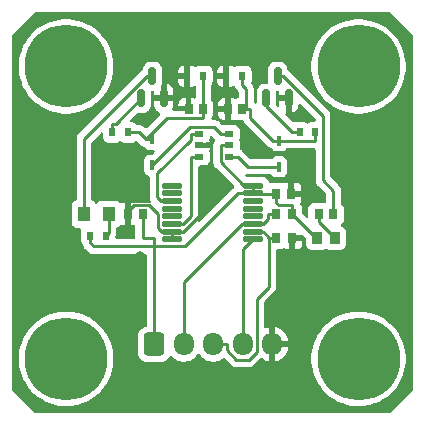
<source format=gbr>
%TF.GenerationSoftware,KiCad,Pcbnew,9.0.6*%
%TF.CreationDate,2026-02-10T23:21:07-08:00*%
%TF.ProjectId,ArmEncoderBoard,41726d45-6e63-46f6-9465-72426f617264,rev?*%
%TF.SameCoordinates,Original*%
%TF.FileFunction,Copper,L1,Top*%
%TF.FilePolarity,Positive*%
%FSLAX46Y46*%
G04 Gerber Fmt 4.6, Leading zero omitted, Abs format (unit mm)*
G04 Created by KiCad (PCBNEW 9.0.6) date 2026-02-10 23:21:07*
%MOMM*%
%LPD*%
G01*
G04 APERTURE LIST*
G04 Aperture macros list*
%AMRoundRect*
0 Rectangle with rounded corners*
0 $1 Rounding radius*
0 $2 $3 $4 $5 $6 $7 $8 $9 X,Y pos of 4 corners*
0 Add a 4 corners polygon primitive as box body*
4,1,4,$2,$3,$4,$5,$6,$7,$8,$9,$2,$3,0*
0 Add four circle primitives for the rounded corners*
1,1,$1+$1,$2,$3*
1,1,$1+$1,$4,$5*
1,1,$1+$1,$6,$7*
1,1,$1+$1,$8,$9*
0 Add four rect primitives between the rounded corners*
20,1,$1+$1,$2,$3,$4,$5,0*
20,1,$1+$1,$4,$5,$6,$7,0*
20,1,$1+$1,$6,$7,$8,$9,0*
20,1,$1+$1,$8,$9,$2,$3,0*%
G04 Aperture macros list end*
%TA.AperFunction,SMDPad,CuDef*%
%ADD10R,0.762000X0.863600*%
%TD*%
%TA.AperFunction,SMDPad,CuDef*%
%ADD11R,0.558800X0.762000*%
%TD*%
%TA.AperFunction,SMDPad,CuDef*%
%ADD12R,0.711200X0.889000*%
%TD*%
%TA.AperFunction,SMDPad,CuDef*%
%ADD13R,1.100000X1.300000*%
%TD*%
%TA.AperFunction,ComponentPad*%
%ADD14C,7.000000*%
%TD*%
%TA.AperFunction,SMDPad,CuDef*%
%ADD15RoundRect,0.150000X0.150000X-0.587500X0.150000X0.587500X-0.150000X0.587500X-0.150000X-0.587500X0*%
%TD*%
%TA.AperFunction,SMDPad,CuDef*%
%ADD16R,0.774700X0.508000*%
%TD*%
%TA.AperFunction,SMDPad,CuDef*%
%ADD17RoundRect,0.125000X-0.762500X-0.125000X0.762500X-0.125000X0.762500X0.125000X-0.762500X0.125000X0*%
%TD*%
%TA.AperFunction,ComponentPad*%
%ADD18RoundRect,0.250000X-0.600000X-0.725000X0.600000X-0.725000X0.600000X0.725000X-0.600000X0.725000X0*%
%TD*%
%TA.AperFunction,ComponentPad*%
%ADD19O,1.700000X1.950000*%
%TD*%
%TA.AperFunction,SMDPad,CuDef*%
%ADD20R,0.860000X0.980000*%
%TD*%
%TA.AperFunction,SMDPad,CuDef*%
%ADD21R,0.711200X0.838200*%
%TD*%
%TA.AperFunction,SMDPad,CuDef*%
%ADD22R,0.350000X0.806400*%
%TD*%
%TA.AperFunction,ViaPad*%
%ADD23C,0.800000*%
%TD*%
%TA.AperFunction,Conductor*%
%ADD24C,0.250000*%
%TD*%
G04 APERTURE END LIST*
D10*
%TO.P,C1,1*%
%TO.N,GND*%
X145372300Y-80450000D03*
%TO.P,C1,2*%
%TO.N,VIN*%
X144127700Y-80450000D03*
%TD*%
D11*
%TO.P,R7,1*%
%TO.N,GND*%
X139911900Y-70500000D03*
%TO.P,R7,2*%
%TO.N,/I_ENV*%
X141258100Y-70500000D03*
%TD*%
D12*
%TO.P,R1,1*%
%TO.N,SCK*%
X144101500Y-84200000D03*
%TO.P,R1,2*%
%TO.N,GND*%
X145498500Y-84200000D03*
%TD*%
D11*
%TO.P,R6,1*%
%TO.N,GND*%
X136611900Y-70500000D03*
%TO.P,R6,2*%
%TO.N,/A_ENV*%
X137958100Y-70500000D03*
%TD*%
%TO.P,R5,1*%
%TO.N,Net-(Q1-B)*%
X130253800Y-75250000D03*
%TO.P,R5,2*%
%TO.N,/A_ENV*%
X131600000Y-75250000D03*
%TD*%
D13*
%TO.P,D1,1,K*%
%TO.N,/BLUE_CATHODE*%
X127850000Y-82181575D03*
%TO.P,D1,2,A*%
%TO.N,/BLUE_ANODE*%
X129950000Y-82181575D03*
%TD*%
D14*
%TO.P,H1,1*%
%TO.N,N/C*%
X126350500Y-69675500D03*
%TD*%
D15*
%TO.P,Q1,1,B*%
%TO.N,Net-(Q1-B)*%
X132700000Y-72375000D03*
%TO.P,Q1,2,E*%
%TO.N,GND*%
X134600000Y-72375000D03*
%TO.P,Q1,3,C*%
%TO.N,/BLUE_CATHODE*%
X133650000Y-70500000D03*
%TD*%
D16*
%TO.P,U1,1,1A*%
%TO.N,A*%
X137622750Y-75399999D03*
%TO.P,U1,2,GND*%
%TO.N,GND*%
X137622750Y-76350000D03*
%TO.P,U1,3,2A*%
%TO.N,I*%
X137622750Y-77300001D03*
%TO.P,U1,4,2Y*%
%TO.N,I_BUF*%
X140150050Y-77300001D03*
%TO.P,U1,5,VCC*%
%TO.N,VIN*%
X140150050Y-76350000D03*
%TO.P,U1,6,1Y*%
%TO.N,A_BUF*%
X140150050Y-75399999D03*
%TD*%
D14*
%TO.P,H3,1*%
%TO.N,N/C*%
X126350500Y-94424500D03*
%TD*%
D17*
%TO.P,U2,1,~{MagINC}*%
%TO.N,unconnected-(U2-~{MagINC}-Pad1)*%
X135312500Y-79775000D03*
%TO.P,U2,2,~{MagDEC}*%
%TO.N,unconnected-(U2-~{MagDEC}-Pad2)*%
X135312500Y-80425000D03*
%TO.P,U2,3,A*%
%TO.N,A*%
X135312500Y-81075000D03*
%TO.P,U2,4,B*%
%TO.N,unconnected-(U2-B-Pad4)*%
X135312500Y-81725000D03*
%TO.P,U2,5,NC*%
%TO.N,unconnected-(U2-NC-Pad5)*%
X135312500Y-82375000D03*
%TO.P,U2,6,I*%
%TO.N,I*%
X135312500Y-83025000D03*
%TO.P,U2,7,VSS*%
%TO.N,GND*%
X135312500Y-83675000D03*
%TO.P,U2,8,PDIO*%
X135312500Y-84325000D03*
%TO.P,U2,9,DO*%
%TO.N,MISO*%
X142137500Y-84325000D03*
%TO.P,U2,10,CLK*%
%TO.N,SCK*%
X142137500Y-83675000D03*
%TO.P,U2,11,~{CS}*%
%TO.N,CS*%
X142137500Y-83025000D03*
%TO.P,U2,12,PWM*%
%TO.N,unconnected-(U2-PWM-Pad12)*%
X142137500Y-82375000D03*
%TO.P,U2,13,NC*%
%TO.N,unconnected-(U2-NC-Pad13)*%
X142137500Y-81725000D03*
%TO.P,U2,14,NC*%
%TO.N,unconnected-(U2-NC-Pad14)*%
X142137500Y-81075000D03*
%TO.P,U2,15,VDD3V3*%
%TO.N,VIN*%
X142137500Y-80425000D03*
%TO.P,U2,16,VDD5V*%
X142137500Y-79775000D03*
%TD*%
D14*
%TO.P,H4,1*%
%TO.N,N/C*%
X151099500Y-94424500D03*
%TD*%
D10*
%TO.P,D2,1,K*%
%TO.N,/RED_CATHODE*%
X148972300Y-82180200D03*
%TO.P,D2,2,A*%
%TO.N,/RED_ANODE*%
X147727700Y-82180200D03*
%TD*%
D18*
%TO.P,J1,1,Pin_1*%
%TO.N,VIN*%
X133800000Y-93200000D03*
D19*
%TO.P,J1,2,Pin_2*%
%TO.N,CS*%
X136300000Y-93200000D03*
%TO.P,J1,3,Pin_3*%
%TO.N,SCK*%
X138800000Y-93200000D03*
%TO.P,J1,4,Pin_4*%
%TO.N,MISO*%
X141300000Y-93200000D03*
%TO.P,J1,5,Pin_5*%
%TO.N,GND*%
X143800000Y-93200000D03*
%TD*%
D10*
%TO.P,C2,1*%
%TO.N,GND*%
X131577700Y-82150000D03*
%TO.P,C2,2*%
%TO.N,VIN*%
X132822300Y-82150000D03*
%TD*%
D11*
%TO.P,R3,1*%
%TO.N,VIN*%
X128376900Y-83993800D03*
%TO.P,R3,2*%
%TO.N,/BLUE_ANODE*%
X129723100Y-83993800D03*
%TD*%
D20*
%TO.P,R4,1*%
%TO.N,VIN*%
X147585000Y-84200000D03*
%TO.P,R4,2*%
%TO.N,/RED_ANODE*%
X149115000Y-84200000D03*
%TD*%
D21*
%TO.P,C3,1*%
%TO.N,GND*%
X136706200Y-73300000D03*
%TO.P,C3,2*%
%TO.N,/A_ENV*%
X137900000Y-73300000D03*
%TD*%
D15*
%TO.P,Q2,1,B*%
%TO.N,Net-(Q2-B)*%
X143300000Y-72375000D03*
%TO.P,Q2,2,E*%
%TO.N,GND*%
X145200000Y-72375000D03*
%TO.P,Q2,3,C*%
%TO.N,/RED_CATHODE*%
X144250000Y-70500000D03*
%TD*%
D11*
%TO.P,R8,1*%
%TO.N,Net-(Q2-B)*%
X146103800Y-75250000D03*
%TO.P,R8,2*%
%TO.N,/I_ENV*%
X147450000Y-75250000D03*
%TD*%
D14*
%TO.P,H2,1*%
%TO.N,N/C*%
X151099500Y-69675500D03*
%TD*%
D12*
%TO.P,R2,1*%
%TO.N,VIN*%
X145498500Y-82200000D03*
%TO.P,R2,2*%
%TO.N,CS*%
X144101500Y-82200000D03*
%TD*%
D22*
%TO.P,CR1,1*%
%TO.N,/A_ENV*%
X133600000Y-75850800D03*
%TO.P,CR1,2*%
%TO.N,A_BUF*%
X133600000Y-78049200D03*
%TD*%
D21*
%TO.P,C4,1*%
%TO.N,GND*%
X140059500Y-73300000D03*
%TO.P,C4,2*%
%TO.N,/I_ENV*%
X141253300Y-73300000D03*
%TD*%
D22*
%TO.P,CR2,1*%
%TO.N,/I_ENV*%
X144350000Y-75950000D03*
%TO.P,CR2,2*%
%TO.N,I_BUF*%
X144350000Y-78148400D03*
%TD*%
D23*
%TO.N,GND*%
X149300000Y-74000000D03*
X145850000Y-73950000D03*
X132600000Y-85750000D03*
X138200000Y-81000000D03*
%TD*%
D24*
%TO.N,SCK*%
X143025600Y-83675000D02*
X143419200Y-84068600D01*
X139976700Y-93714800D02*
X140763600Y-94501700D01*
X138800000Y-93200000D02*
X139976700Y-93200000D01*
X141806600Y-94501700D02*
X142476700Y-93831600D01*
X142476700Y-89340200D02*
X143491100Y-88325800D01*
X142476700Y-93831600D02*
X142476700Y-89340200D01*
X142137500Y-83675000D02*
X143025600Y-83675000D01*
X143491100Y-88325800D02*
X143491100Y-84200000D01*
X143491100Y-84200000D02*
X143419200Y-84200000D01*
X140763600Y-94501700D02*
X141806600Y-94501700D01*
X144101500Y-84200000D02*
X143491100Y-84200000D01*
X139976700Y-93200000D02*
X139976700Y-93714800D01*
X143419200Y-84068600D02*
X143419200Y-84200000D01*
%TO.N,/A_ENV*%
X137900000Y-73300000D02*
X137900000Y-74045800D01*
X131600000Y-75250000D02*
X132497500Y-75250000D01*
X134903300Y-74045800D02*
X133098300Y-75850800D01*
X137958100Y-70500000D02*
X137958100Y-72496100D01*
X137900000Y-72938000D02*
X137900000Y-73300000D01*
X133600000Y-75850800D02*
X133098300Y-75850800D01*
X137958100Y-72496100D02*
X137900000Y-72554200D01*
X137900000Y-74045800D02*
X134903300Y-74045800D01*
X132497500Y-75250000D02*
X133098300Y-75850800D01*
X137900000Y-72938000D02*
X137900000Y-72554200D01*
%TO.N,VIN*%
X136424300Y-84917000D02*
X133800000Y-84917000D01*
X145498500Y-81428800D02*
X144348000Y-81428800D01*
X133800000Y-84181800D02*
X133748300Y-84181800D01*
X133800000Y-84917000D02*
X133800000Y-84181800D01*
X139436100Y-77766800D02*
X141444300Y-79775000D01*
X128376900Y-83993800D02*
X128376900Y-84624800D01*
X147585000Y-84200000D02*
X147498500Y-84200000D01*
X128376900Y-84624800D02*
X128669100Y-84917000D01*
X142162500Y-80450000D02*
X142137500Y-80425000D01*
X132822300Y-84181800D02*
X132822300Y-83478400D01*
X144127700Y-80450000D02*
X144127700Y-81208500D01*
X141444300Y-79775000D02*
X142137500Y-79775000D01*
X142137500Y-79775000D02*
X142137500Y-79821800D01*
X132822300Y-83478400D02*
X132822300Y-83425600D01*
X144348000Y-81428800D02*
X144127700Y-81208500D01*
X133800000Y-85652200D02*
X133800000Y-84917000D01*
X140150100Y-76350000D02*
X139436100Y-76350000D01*
X144127700Y-80450000D02*
X142162500Y-80450000D01*
X145498500Y-82200000D02*
X145498500Y-81428800D01*
X140916300Y-80425000D02*
X136424300Y-84917000D01*
X133800000Y-93200000D02*
X133800000Y-91977200D01*
X133748300Y-84181800D02*
X132822300Y-84181800D01*
X133800000Y-91925500D02*
X133800000Y-85652200D01*
X128669100Y-84917000D02*
X133800000Y-84917000D01*
X133800000Y-91977200D02*
X133800000Y-91925500D01*
X142137500Y-79821800D02*
X142137500Y-80425000D01*
X147498500Y-84200000D02*
X145498500Y-82200000D01*
X142137500Y-80425000D02*
X140916300Y-80425000D01*
X132822300Y-83425600D02*
X132822300Y-82908500D01*
X132822300Y-82150000D02*
X132822300Y-82908500D01*
X139436100Y-76350000D02*
X139436100Y-77766800D01*
%TO.N,/I_ENV*%
X141258100Y-70500000D02*
X141258100Y-71207700D01*
X144350000Y-75950000D02*
X144851700Y-75950000D01*
X147450000Y-75957700D02*
X144859400Y-75957700D01*
X141935600Y-74037300D02*
X143848300Y-75950000D01*
X141594500Y-73300000D02*
X141935600Y-73300000D01*
X141935600Y-73300000D02*
X141935600Y-74037300D01*
X144859400Y-75957700D02*
X144851700Y-75950000D01*
X144350000Y-75950000D02*
X143848300Y-75950000D01*
X147450000Y-75250000D02*
X147450000Y-75957700D01*
X141594500Y-73300000D02*
X141594500Y-71544100D01*
X141253300Y-73300000D02*
X141594500Y-73300000D01*
X141594500Y-71544100D02*
X141258100Y-71207700D01*
%TO.N,GND*%
X133342200Y-81392200D02*
X134099000Y-82149000D01*
X131577700Y-81929800D02*
X132115300Y-81392200D01*
X132115300Y-81392200D02*
X133342200Y-81392200D01*
X135312500Y-83675000D02*
X135312500Y-84325000D01*
X136242010Y-83675000D02*
X138200000Y-81717010D01*
X135312500Y-83675000D02*
X136242010Y-83675000D01*
X134099000Y-83340274D02*
X134433726Y-83675000D01*
X134099000Y-82149000D02*
X134099000Y-83340274D01*
X131577700Y-82150000D02*
X131577700Y-81929800D01*
X138200000Y-81717010D02*
X138200000Y-81000000D01*
X134433726Y-83675000D02*
X135312500Y-83675000D01*
%TO.N,CS*%
X143020600Y-83025000D02*
X143419200Y-82626400D01*
X141196100Y-83025000D02*
X142137500Y-83025000D01*
X142137500Y-83025000D02*
X143020600Y-83025000D01*
X136300000Y-87921100D02*
X141196100Y-83025000D01*
X144101500Y-82200000D02*
X143419200Y-82200000D01*
X143419200Y-82626400D02*
X143419200Y-82200000D01*
X136300000Y-93200000D02*
X136300000Y-87921100D01*
%TO.N,MISO*%
X141300000Y-93200000D02*
X141300000Y-85162500D01*
X141300000Y-85162500D02*
X142137500Y-84325000D01*
%TO.N,A_BUF*%
X140150100Y-75400000D02*
X139436100Y-75400000D01*
X138855400Y-74819300D02*
X139436100Y-75400000D01*
X133600000Y-78049200D02*
X136829900Y-74819300D01*
X136829900Y-74819300D02*
X138855400Y-74819300D01*
%TO.N,I_BUF*%
X141712600Y-78148400D02*
X144350000Y-78148400D01*
X140864200Y-77300000D02*
X141712600Y-78148400D01*
X140150100Y-77300000D02*
X140864200Y-77300000D01*
%TO.N,/BLUE_ANODE*%
X129723100Y-83790208D02*
X129723100Y-83993800D01*
X129950000Y-83766900D02*
X129723100Y-83993800D01*
X129950000Y-82181575D02*
X129950000Y-83766900D01*
X129648400Y-82174725D02*
X129672300Y-82198625D01*
%TO.N,/BLUE_CATHODE*%
X133160178Y-70500000D02*
X127850000Y-75810178D01*
X133650000Y-70500000D02*
X133160178Y-70500000D01*
X127850000Y-75810178D02*
X127850000Y-82181575D01*
%TO.N,/RED_CATHODE*%
X148084000Y-73846400D02*
X148084000Y-79292900D01*
X148972300Y-80181200D02*
X148972300Y-82180200D01*
X144250000Y-70500000D02*
X144737600Y-70500000D01*
X144737600Y-70500000D02*
X148084000Y-73846400D01*
X148084000Y-79292900D02*
X148972300Y-80181200D01*
%TO.N,/RED_ANODE*%
X147727700Y-82180200D02*
X147727700Y-82812700D01*
X147727700Y-82812700D02*
X149115000Y-84200000D01*
%TO.N,Net-(Q1-B)*%
X130253800Y-74542300D02*
X130532700Y-74542300D01*
X130532700Y-74542300D02*
X132700000Y-72375000D01*
X130253800Y-75250000D02*
X130253800Y-74542300D01*
%TO.N,Net-(Q2-B)*%
X143300000Y-73052300D02*
X145497700Y-75250000D01*
X143300000Y-72375000D02*
X143300000Y-73052300D01*
X146103800Y-75250000D02*
X145497700Y-75250000D01*
%TO.N,I*%
X136908800Y-82370400D02*
X136254200Y-83025000D01*
X137622800Y-77300000D02*
X136908800Y-77300000D01*
X136254200Y-83025000D02*
X135312500Y-83025000D01*
X136908800Y-77300000D02*
X136908800Y-82370400D01*
%TO.N,A*%
X134054000Y-78720500D02*
X136908800Y-75865700D01*
X134385100Y-81075000D02*
X134054000Y-80743900D01*
X134054000Y-80743900D02*
X134054000Y-78720500D01*
X137622800Y-75400000D02*
X136908800Y-75400000D01*
X136908800Y-75865700D02*
X136908800Y-75400000D01*
X135312500Y-81075000D02*
X134385100Y-81075000D01*
%TD*%
%TA.AperFunction,Conductor*%
%TO.N,GND*%
G36*
X129393233Y-75254046D02*
G01*
X129449167Y-75295918D01*
X129473584Y-75361382D01*
X129473900Y-75370228D01*
X129473900Y-75678869D01*
X129473901Y-75678876D01*
X129480308Y-75738483D01*
X129530602Y-75873328D01*
X129530606Y-75873335D01*
X129616852Y-75988544D01*
X129616855Y-75988547D01*
X129732064Y-76074793D01*
X129732071Y-76074797D01*
X129777018Y-76091561D01*
X129866917Y-76125091D01*
X129926527Y-76131500D01*
X130581072Y-76131499D01*
X130640683Y-76125091D01*
X130775531Y-76074796D01*
X130776190Y-76074302D01*
X130852589Y-76017111D01*
X130918053Y-75992693D01*
X130986326Y-76007544D01*
X131001211Y-76017111D01*
X131078264Y-76074793D01*
X131078271Y-76074797D01*
X131123218Y-76091561D01*
X131213117Y-76125091D01*
X131272727Y-76131500D01*
X131927272Y-76131499D01*
X131986883Y-76125091D01*
X132121731Y-76074796D01*
X132216418Y-76003913D01*
X132281880Y-75979496D01*
X132350154Y-75994347D01*
X132378405Y-76015495D01*
X132626966Y-76264057D01*
X132699568Y-76336659D01*
X132721867Y-76351558D01*
X132760979Y-76377692D01*
X132802014Y-76405112D01*
X132876241Y-76435857D01*
X132915848Y-76452263D01*
X132915855Y-76452264D01*
X132918815Y-76453163D01*
X132920176Y-76454055D01*
X132921477Y-76454594D01*
X132921374Y-76454840D01*
X132977255Y-76491459D01*
X132982088Y-76497513D01*
X133067452Y-76611544D01*
X133067455Y-76611547D01*
X133182664Y-76697793D01*
X133182671Y-76697797D01*
X133219087Y-76711379D01*
X133317517Y-76748091D01*
X133377127Y-76754500D01*
X133710747Y-76754499D01*
X133731993Y-76760737D01*
X133754081Y-76762317D01*
X133764863Y-76770388D01*
X133777786Y-76774183D01*
X133792287Y-76790919D01*
X133810014Y-76804189D01*
X133814720Y-76816807D01*
X133823541Y-76826987D01*
X133826692Y-76848905D01*
X133834431Y-76869653D01*
X133831568Y-76882813D01*
X133833485Y-76896146D01*
X133824285Y-76916288D01*
X133819579Y-76937926D01*
X133806308Y-76955652D01*
X133804460Y-76959701D01*
X133798428Y-76966180D01*
X133655427Y-77109181D01*
X133594104Y-77142666D01*
X133567747Y-77145500D01*
X133377130Y-77145500D01*
X133377123Y-77145501D01*
X133317516Y-77151908D01*
X133182671Y-77202202D01*
X133182664Y-77202206D01*
X133067455Y-77288452D01*
X133067452Y-77288455D01*
X132981206Y-77403664D01*
X132981202Y-77403671D01*
X132930908Y-77538517D01*
X132924501Y-77598116D01*
X132924500Y-77598135D01*
X132924500Y-78500270D01*
X132924501Y-78500276D01*
X132930908Y-78559883D01*
X132981202Y-78694728D01*
X132981206Y-78694735D01*
X133067452Y-78809944D01*
X133067455Y-78809947D01*
X133182664Y-78896193D01*
X133182671Y-78896197D01*
X133317511Y-78946489D01*
X133317517Y-78946491D01*
X133317745Y-78946515D01*
X133317913Y-78946584D01*
X133325062Y-78948274D01*
X133324788Y-78949431D01*
X133382296Y-78973246D01*
X133422150Y-79030634D01*
X133428500Y-79069805D01*
X133428500Y-80805510D01*
X133432124Y-80823732D01*
X133452535Y-80926345D01*
X133452538Y-80926355D01*
X133458317Y-80940308D01*
X133458324Y-80940325D01*
X133459409Y-80942942D01*
X133499688Y-81040186D01*
X133517959Y-81067530D01*
X133521934Y-81076008D01*
X133525884Y-81101664D01*
X133533639Y-81126431D01*
X133531114Y-81135632D01*
X133532567Y-81145064D01*
X133522020Y-81168780D01*
X133515154Y-81193811D01*
X133508054Y-81200187D01*
X133504178Y-81208906D01*
X133482483Y-81223156D01*
X133463175Y-81240500D01*
X133453757Y-81242026D01*
X133445780Y-81247266D01*
X133419822Y-81247524D01*
X133394205Y-81251676D01*
X133378971Y-81247932D01*
X133375913Y-81247963D01*
X133373870Y-81246678D01*
X133366326Y-81244825D01*
X133310782Y-81224108D01*
X133310783Y-81224108D01*
X133251183Y-81217701D01*
X133251181Y-81217700D01*
X133251173Y-81217700D01*
X133251164Y-81217700D01*
X132393429Y-81217700D01*
X132393423Y-81217701D01*
X132333815Y-81224109D01*
X132242617Y-81258123D01*
X132172926Y-81263107D01*
X132155952Y-81258123D01*
X132066080Y-81224603D01*
X132066072Y-81224601D01*
X132006544Y-81218200D01*
X131827700Y-81218200D01*
X131827700Y-83081800D01*
X132006528Y-83081800D01*
X132006541Y-83081799D01*
X132059543Y-83076100D01*
X132128302Y-83088504D01*
X132179441Y-83136113D01*
X132196800Y-83199389D01*
X132196800Y-84167500D01*
X132177115Y-84234539D01*
X132124311Y-84280294D01*
X132072800Y-84291500D01*
X130626999Y-84291500D01*
X130618313Y-84288949D01*
X130609352Y-84290238D01*
X130585311Y-84279259D01*
X130559960Y-84271815D01*
X130554032Y-84264974D01*
X130545796Y-84261213D01*
X130531506Y-84238978D01*
X130514205Y-84219011D01*
X130511917Y-84208496D01*
X130508022Y-84202435D01*
X130502999Y-84167500D01*
X130502999Y-84091019D01*
X130512437Y-84043569D01*
X130538805Y-83979911D01*
X130551463Y-83949352D01*
X130554798Y-83932581D01*
X130568608Y-83863161D01*
X130575500Y-83828507D01*
X130575500Y-83423690D01*
X130595185Y-83356651D01*
X130647989Y-83310896D01*
X130656167Y-83307508D01*
X130742328Y-83275372D01*
X130742327Y-83275372D01*
X130742331Y-83275371D01*
X130857546Y-83189121D01*
X130919060Y-83106947D01*
X130974992Y-83065079D01*
X131044683Y-83060095D01*
X131061660Y-83065080D01*
X131089321Y-83075397D01*
X131148855Y-83081799D01*
X131148872Y-83081800D01*
X131327700Y-83081800D01*
X131327700Y-81218200D01*
X131148855Y-81218200D01*
X131089327Y-81224601D01*
X131089319Y-81224603D01*
X131024702Y-81248704D01*
X130955010Y-81253688D01*
X130893687Y-81220203D01*
X130882102Y-81206832D01*
X130857546Y-81174030D01*
X130857546Y-81174029D01*
X130857545Y-81174028D01*
X130857544Y-81174027D01*
X130742335Y-81087781D01*
X130742328Y-81087777D01*
X130607482Y-81037483D01*
X130607483Y-81037483D01*
X130547883Y-81031076D01*
X130547881Y-81031075D01*
X130547873Y-81031075D01*
X130547864Y-81031075D01*
X129352129Y-81031075D01*
X129352123Y-81031076D01*
X129292516Y-81037483D01*
X129157671Y-81087777D01*
X129157664Y-81087781D01*
X129042455Y-81174027D01*
X128999266Y-81231720D01*
X128943332Y-81273590D01*
X128873640Y-81278574D01*
X128812317Y-81245088D01*
X128800734Y-81231720D01*
X128771798Y-81193067D01*
X128757546Y-81174029D01*
X128757544Y-81174028D01*
X128757544Y-81174027D01*
X128642335Y-81087781D01*
X128642330Y-81087778D01*
X128556166Y-81055641D01*
X128500233Y-81013769D01*
X128475816Y-80948305D01*
X128475500Y-80939459D01*
X128475500Y-76120629D01*
X128495185Y-76053590D01*
X128511815Y-76032952D01*
X129262221Y-75282545D01*
X129323542Y-75249062D01*
X129393233Y-75254046D01*
G37*
%TD.AperFunction*%
%TA.AperFunction,Conductor*%
G36*
X138662866Y-75540563D02*
G01*
X138674530Y-75541057D01*
X138694066Y-75554812D01*
X138715803Y-75564739D01*
X138722281Y-75570771D01*
X138939527Y-75788017D01*
X138973012Y-75849340D01*
X138968028Y-75919032D01*
X138952744Y-75945613D01*
X138953626Y-75946202D01*
X138881792Y-76053707D01*
X138881787Y-76053716D01*
X138834638Y-76167545D01*
X138834635Y-76167555D01*
X138810600Y-76288389D01*
X138810600Y-76288394D01*
X138810600Y-77828406D01*
X138825131Y-77901463D01*
X138825131Y-77901464D01*
X138834634Y-77949243D01*
X138834636Y-77949247D01*
X138834637Y-77949251D01*
X138859559Y-78009419D01*
X138881787Y-78063085D01*
X138897630Y-78086794D01*
X138897631Y-78086796D01*
X138950240Y-78165531D01*
X138950241Y-78165532D01*
X138950242Y-78165533D01*
X139037367Y-78252658D01*
X139037368Y-78252658D01*
X139044435Y-78259725D01*
X139044434Y-78259725D01*
X139044438Y-78259728D01*
X140534385Y-79749676D01*
X140567870Y-79810999D01*
X140562886Y-79880691D01*
X140533218Y-79926190D01*
X140525058Y-79934136D01*
X140517567Y-79939142D01*
X140430442Y-80026267D01*
X140430439Y-80026270D01*
X140429887Y-80026821D01*
X140429849Y-80026859D01*
X137672752Y-82783956D01*
X137611429Y-82817441D01*
X137541737Y-82812457D01*
X137485804Y-82770585D01*
X137461387Y-82705121D01*
X137470509Y-82648824D01*
X137510263Y-82552852D01*
X137534300Y-82432006D01*
X137534300Y-78178500D01*
X137553985Y-78111461D01*
X137606789Y-78065706D01*
X137658300Y-78054500D01*
X138057971Y-78054500D01*
X138057972Y-78054500D01*
X138117583Y-78048092D01*
X138252431Y-77997797D01*
X138367646Y-77911547D01*
X138453896Y-77796332D01*
X138504191Y-77661484D01*
X138510600Y-77601874D01*
X138510599Y-76998129D01*
X138504191Y-76938518D01*
X138503970Y-76937926D01*
X138477747Y-76867618D01*
X138472763Y-76797927D01*
X138477748Y-76780950D01*
X138503697Y-76711379D01*
X138503697Y-76711377D01*
X138510099Y-76651844D01*
X138510100Y-76651827D01*
X138510100Y-76600000D01*
X138268891Y-76600000D01*
X138225558Y-76592182D01*
X138117582Y-76551909D01*
X138117583Y-76551909D01*
X138057983Y-76545502D01*
X138057981Y-76545501D01*
X138057973Y-76545501D01*
X138057965Y-76545501D01*
X137746750Y-76545501D01*
X137738064Y-76542950D01*
X137729103Y-76544239D01*
X137705062Y-76533260D01*
X137679711Y-76525816D01*
X137673783Y-76518975D01*
X137665547Y-76515214D01*
X137651257Y-76492979D01*
X137633956Y-76473012D01*
X137631668Y-76462497D01*
X137627773Y-76456436D01*
X137622750Y-76421501D01*
X137622750Y-76278498D01*
X137642435Y-76211459D01*
X137695239Y-76165704D01*
X137746750Y-76154498D01*
X138057971Y-76154498D01*
X138057972Y-76154498D01*
X138117583Y-76148090D01*
X138162066Y-76131499D01*
X138225558Y-76107818D01*
X138268891Y-76100000D01*
X138510100Y-76100000D01*
X138510100Y-76048172D01*
X138510099Y-76048155D01*
X138503698Y-75988627D01*
X138503697Y-75988623D01*
X138477747Y-75919048D01*
X138472046Y-75852898D01*
X138474011Y-75842396D01*
X138504191Y-75761482D01*
X138510600Y-75701872D01*
X138510600Y-75646944D01*
X138512717Y-75635636D01*
X138523553Y-75614337D01*
X138530285Y-75591413D01*
X138539106Y-75583769D01*
X138544401Y-75573363D01*
X138565033Y-75561303D01*
X138583089Y-75545658D01*
X138594641Y-75543996D01*
X138604722Y-75538105D01*
X138628596Y-75539114D01*
X138652247Y-75535714D01*
X138662866Y-75540563D01*
G37*
%TD.AperFunction*%
%TA.AperFunction,Conductor*%
G36*
X144343039Y-71757685D02*
G01*
X144388794Y-71810489D01*
X144400000Y-71862000D01*
X144400000Y-72125000D01*
X145076000Y-72125000D01*
X145143039Y-72144685D01*
X145188794Y-72197489D01*
X145200000Y-72249000D01*
X145200000Y-72375000D01*
X145326000Y-72375000D01*
X145393039Y-72394685D01*
X145438794Y-72447489D01*
X145450000Y-72499000D01*
X145450000Y-73609795D01*
X145450001Y-73609795D01*
X145452486Y-73609600D01*
X145610198Y-73563781D01*
X145751552Y-73480185D01*
X145751561Y-73480178D01*
X145867678Y-73364061D01*
X145867685Y-73364052D01*
X145951282Y-73222696D01*
X145951283Y-73222693D01*
X145997099Y-73064995D01*
X145997100Y-73064989D01*
X145999999Y-73028149D01*
X146000000Y-73028134D01*
X146000000Y-72946352D01*
X146019685Y-72879313D01*
X146072489Y-72833558D01*
X146141647Y-72823614D01*
X146205203Y-72852639D01*
X146211681Y-72858671D01*
X147422181Y-74069171D01*
X147436884Y-74096098D01*
X147453477Y-74121917D01*
X147454368Y-74128117D01*
X147455666Y-74130494D01*
X147458500Y-74156852D01*
X147458500Y-74244500D01*
X147438815Y-74311539D01*
X147386011Y-74357294D01*
X147334501Y-74368500D01*
X147122730Y-74368500D01*
X147122723Y-74368501D01*
X147063116Y-74374908D01*
X146928271Y-74425202D01*
X146928264Y-74425206D01*
X146851211Y-74482889D01*
X146785747Y-74507307D01*
X146717474Y-74492456D01*
X146702589Y-74482889D01*
X146625535Y-74425206D01*
X146625528Y-74425202D01*
X146490686Y-74374910D01*
X146490685Y-74374909D01*
X146490683Y-74374909D01*
X146431073Y-74368500D01*
X146431063Y-74368500D01*
X145776529Y-74368500D01*
X145776523Y-74368501D01*
X145716915Y-74374909D01*
X145638833Y-74404031D01*
X145569141Y-74409015D01*
X145507820Y-74375530D01*
X144933152Y-73800862D01*
X144899667Y-73739539D01*
X144904651Y-73669847D01*
X144936662Y-73622125D01*
X144950000Y-73609795D01*
X144950000Y-72625000D01*
X144400000Y-72625000D01*
X144400000Y-72968348D01*
X144393761Y-72989593D01*
X144392182Y-73011682D01*
X144384109Y-73022465D01*
X144380315Y-73035387D01*
X144363581Y-73049886D01*
X144350310Y-73067615D01*
X144337689Y-73072322D01*
X144327511Y-73081142D01*
X144305593Y-73084293D01*
X144284846Y-73092032D01*
X144271685Y-73089169D01*
X144258353Y-73091086D01*
X144238209Y-73081886D01*
X144216573Y-73077180D01*
X144198847Y-73063911D01*
X144194797Y-73062061D01*
X144188319Y-73056029D01*
X144136819Y-73004529D01*
X144103334Y-72943206D01*
X144100500Y-72916848D01*
X144100500Y-71862000D01*
X144120185Y-71794961D01*
X144172989Y-71749206D01*
X144224500Y-71738000D01*
X144276000Y-71738000D01*
X144343039Y-71757685D01*
G37*
%TD.AperFunction*%
%TA.AperFunction,Conductor*%
G36*
X153740470Y-65070185D02*
G01*
X153761112Y-65086819D01*
X155688181Y-67013888D01*
X155721666Y-67075211D01*
X155724500Y-67101569D01*
X155724500Y-96998431D01*
X155704815Y-97065470D01*
X155688181Y-97086112D01*
X153761112Y-99013181D01*
X153699789Y-99046666D01*
X153673431Y-99049500D01*
X123776569Y-99049500D01*
X123709530Y-99029815D01*
X123688888Y-99013181D01*
X121761819Y-97086112D01*
X121728334Y-97024789D01*
X121725500Y-96998431D01*
X121725500Y-94227968D01*
X122350000Y-94227968D01*
X122350000Y-94621032D01*
X122355365Y-94675499D01*
X122388526Y-95012202D01*
X122465204Y-95397694D01*
X122465207Y-95397705D01*
X122579310Y-95773854D01*
X122729730Y-96136999D01*
X122729732Y-96137004D01*
X122915011Y-96483637D01*
X122915022Y-96483655D01*
X123133387Y-96810460D01*
X123133397Y-96810474D01*
X123382754Y-97114317D01*
X123660682Y-97392245D01*
X123660687Y-97392249D01*
X123660688Y-97392250D01*
X123964531Y-97641607D01*
X124291351Y-97859982D01*
X124291360Y-97859987D01*
X124291362Y-97859988D01*
X124637995Y-98045267D01*
X124637997Y-98045267D01*
X124638003Y-98045271D01*
X125001147Y-98195690D01*
X125377285Y-98309790D01*
X125377291Y-98309791D01*
X125377294Y-98309792D01*
X125377305Y-98309795D01*
X125762797Y-98386473D01*
X126153968Y-98425000D01*
X126153971Y-98425000D01*
X126547029Y-98425000D01*
X126547032Y-98425000D01*
X126938203Y-98386473D01*
X127013248Y-98371545D01*
X127323694Y-98309795D01*
X127323705Y-98309792D01*
X127323705Y-98309791D01*
X127323715Y-98309790D01*
X127699853Y-98195690D01*
X128062997Y-98045271D01*
X128409649Y-97859982D01*
X128736469Y-97641607D01*
X129040312Y-97392250D01*
X129318250Y-97114312D01*
X129567607Y-96810469D01*
X129785982Y-96483649D01*
X129971271Y-96136997D01*
X130121690Y-95773853D01*
X130235790Y-95397715D01*
X130235792Y-95397705D01*
X130235795Y-95397694D01*
X130312473Y-95012202D01*
X130345635Y-94675499D01*
X130351000Y-94621032D01*
X130351000Y-94227968D01*
X130312473Y-93836797D01*
X130273851Y-93642630D01*
X130235795Y-93451305D01*
X130235792Y-93451294D01*
X130235791Y-93451291D01*
X130235790Y-93451285D01*
X130121690Y-93075147D01*
X129971271Y-92712003D01*
X129809012Y-92408438D01*
X129785988Y-92365362D01*
X129785987Y-92365360D01*
X129785982Y-92365351D01*
X129567607Y-92038531D01*
X129318250Y-91734688D01*
X129318249Y-91734687D01*
X129318245Y-91734682D01*
X129040317Y-91456754D01*
X128736474Y-91207397D01*
X128736473Y-91207396D01*
X128736469Y-91207393D01*
X128409649Y-90989018D01*
X128409644Y-90989015D01*
X128409637Y-90989011D01*
X128063004Y-90803732D01*
X128062999Y-90803730D01*
X127699854Y-90653310D01*
X127323705Y-90539207D01*
X127323694Y-90539204D01*
X126938202Y-90462526D01*
X126643589Y-90433510D01*
X126547032Y-90424000D01*
X126153968Y-90424000D01*
X126064751Y-90432787D01*
X125762797Y-90462526D01*
X125377305Y-90539204D01*
X125377294Y-90539207D01*
X125001145Y-90653310D01*
X124638000Y-90803730D01*
X124637995Y-90803732D01*
X124291362Y-90989011D01*
X124291344Y-90989022D01*
X123964539Y-91207387D01*
X123964525Y-91207397D01*
X123660682Y-91456754D01*
X123382754Y-91734682D01*
X123133397Y-92038525D01*
X123133387Y-92038539D01*
X122915022Y-92365344D01*
X122915011Y-92365362D01*
X122729732Y-92711995D01*
X122729730Y-92712000D01*
X122579310Y-93075145D01*
X122465207Y-93451294D01*
X122465204Y-93451305D01*
X122388526Y-93836797D01*
X122364790Y-94077799D01*
X122350000Y-94227968D01*
X121725500Y-94227968D01*
X121725500Y-81483710D01*
X126799500Y-81483710D01*
X126799500Y-82879445D01*
X126799501Y-82879451D01*
X126805908Y-82939058D01*
X126856202Y-83073903D01*
X126856206Y-83073910D01*
X126942452Y-83189119D01*
X126942455Y-83189122D01*
X127057664Y-83275368D01*
X127057671Y-83275372D01*
X127102618Y-83292136D01*
X127192517Y-83325666D01*
X127252127Y-83332075D01*
X127489430Y-83332074D01*
X127556469Y-83351758D01*
X127602224Y-83404562D01*
X127612168Y-83473721D01*
X127605615Y-83499399D01*
X127603409Y-83505313D01*
X127603408Y-83505316D01*
X127597001Y-83564916D01*
X127597000Y-83564935D01*
X127597000Y-84422670D01*
X127597001Y-84422676D01*
X127603408Y-84482283D01*
X127653702Y-84617128D01*
X127653703Y-84617129D01*
X127653704Y-84617131D01*
X127710030Y-84692373D01*
X127745269Y-84739446D01*
X127744761Y-84739825D01*
X127765052Y-84769605D01*
X127770382Y-84781843D01*
X127770665Y-84783263D01*
X127775437Y-84807251D01*
X127822588Y-84921086D01*
X127840686Y-84948170D01*
X127846844Y-84957387D01*
X127846846Y-84957390D01*
X127891038Y-85023528D01*
X127891044Y-85023536D01*
X127982486Y-85114978D01*
X127982508Y-85114998D01*
X128180116Y-85312606D01*
X128180145Y-85312637D01*
X128270363Y-85402855D01*
X128270367Y-85402858D01*
X128372807Y-85471307D01*
X128372811Y-85471309D01*
X128372814Y-85471311D01*
X128486648Y-85518463D01*
X128547071Y-85530481D01*
X128607493Y-85542500D01*
X128607494Y-85542500D01*
X133050500Y-85542500D01*
X133117539Y-85562185D01*
X133163294Y-85614989D01*
X133174500Y-85666500D01*
X133174500Y-91610018D01*
X133154815Y-91677057D01*
X133102011Y-91722812D01*
X133063107Y-91733376D01*
X133047200Y-91735001D01*
X132880668Y-91790185D01*
X132880663Y-91790187D01*
X132731342Y-91882289D01*
X132607289Y-92006342D01*
X132515187Y-92155663D01*
X132515185Y-92155668D01*
X132510325Y-92170334D01*
X132460001Y-92322203D01*
X132460001Y-92322204D01*
X132460000Y-92322204D01*
X132449500Y-92424983D01*
X132449500Y-93975001D01*
X132449501Y-93975018D01*
X132460000Y-94077796D01*
X132460001Y-94077799D01*
X132513378Y-94238879D01*
X132515186Y-94244334D01*
X132607288Y-94393656D01*
X132731344Y-94517712D01*
X132880666Y-94609814D01*
X133047203Y-94664999D01*
X133149991Y-94675500D01*
X134450008Y-94675499D01*
X134552797Y-94664999D01*
X134719334Y-94609814D01*
X134868656Y-94517712D01*
X134992712Y-94393656D01*
X135084814Y-94244334D01*
X135084814Y-94244331D01*
X135088178Y-94238879D01*
X135140126Y-94192154D01*
X135209088Y-94180931D01*
X135273170Y-94208774D01*
X135281398Y-94216294D01*
X135420213Y-94355109D01*
X135592179Y-94480048D01*
X135592181Y-94480049D01*
X135592184Y-94480051D01*
X135781588Y-94576557D01*
X135983757Y-94642246D01*
X136193713Y-94675500D01*
X136193714Y-94675500D01*
X136406286Y-94675500D01*
X136406287Y-94675500D01*
X136616243Y-94642246D01*
X136818412Y-94576557D01*
X137007816Y-94480051D01*
X137107197Y-94407847D01*
X137179786Y-94355109D01*
X137179788Y-94355106D01*
X137179792Y-94355104D01*
X137330104Y-94204792D01*
X137449683Y-94040204D01*
X137505011Y-93997540D01*
X137574624Y-93991561D01*
X137636420Y-94024166D01*
X137650313Y-94040199D01*
X137731568Y-94152037D01*
X137769896Y-94204792D01*
X137920213Y-94355109D01*
X138092179Y-94480048D01*
X138092181Y-94480049D01*
X138092184Y-94480051D01*
X138281588Y-94576557D01*
X138483757Y-94642246D01*
X138693713Y-94675500D01*
X138693714Y-94675500D01*
X138906286Y-94675500D01*
X138906287Y-94675500D01*
X139116243Y-94642246D01*
X139318412Y-94576557D01*
X139507816Y-94480051D01*
X139624591Y-94395208D01*
X139690396Y-94371730D01*
X139758450Y-94387555D01*
X139785156Y-94407847D01*
X140364863Y-94987555D01*
X140364867Y-94987558D01*
X140467310Y-95056009D01*
X140467311Y-95056009D01*
X140467315Y-95056012D01*
X140533997Y-95083632D01*
X140581148Y-95103163D01*
X140601197Y-95107151D01*
X140666224Y-95120085D01*
X140701992Y-95127201D01*
X140701994Y-95127201D01*
X140831321Y-95127201D01*
X140831341Y-95127200D01*
X141868207Y-95127200D01*
X141928629Y-95115181D01*
X141989052Y-95103163D01*
X142022392Y-95089352D01*
X142102886Y-95056012D01*
X142168449Y-95012203D01*
X142205333Y-94987558D01*
X142292458Y-94900433D01*
X142292458Y-94900431D01*
X142302666Y-94890224D01*
X142302667Y-94890221D01*
X142797945Y-94394944D01*
X142859263Y-94361463D01*
X142928955Y-94366447D01*
X142958506Y-94382311D01*
X143092442Y-94479620D01*
X143281782Y-94576095D01*
X143483871Y-94641757D01*
X143550000Y-94652231D01*
X143550000Y-93604145D01*
X143616657Y-93642630D01*
X143737465Y-93675000D01*
X143862535Y-93675000D01*
X143983343Y-93642630D01*
X144050000Y-93604145D01*
X144050000Y-94652230D01*
X144116126Y-94641757D01*
X144116129Y-94641757D01*
X144318217Y-94576095D01*
X144507557Y-94479620D01*
X144679459Y-94354727D01*
X144679464Y-94354723D01*
X144806219Y-94227968D01*
X147099000Y-94227968D01*
X147099000Y-94621032D01*
X147104365Y-94675499D01*
X147137526Y-95012202D01*
X147214204Y-95397694D01*
X147214207Y-95397705D01*
X147328310Y-95773854D01*
X147478730Y-96136999D01*
X147478732Y-96137004D01*
X147664011Y-96483637D01*
X147664022Y-96483655D01*
X147882387Y-96810460D01*
X147882397Y-96810474D01*
X148131754Y-97114317D01*
X148409682Y-97392245D01*
X148409687Y-97392249D01*
X148409688Y-97392250D01*
X148713531Y-97641607D01*
X149040351Y-97859982D01*
X149040360Y-97859987D01*
X149040362Y-97859988D01*
X149386995Y-98045267D01*
X149386997Y-98045267D01*
X149387003Y-98045271D01*
X149750147Y-98195690D01*
X150126285Y-98309790D01*
X150126291Y-98309791D01*
X150126294Y-98309792D01*
X150126305Y-98309795D01*
X150511797Y-98386473D01*
X150902968Y-98425000D01*
X150902971Y-98425000D01*
X151296029Y-98425000D01*
X151296032Y-98425000D01*
X151687203Y-98386473D01*
X151762248Y-98371545D01*
X152072694Y-98309795D01*
X152072705Y-98309792D01*
X152072705Y-98309791D01*
X152072715Y-98309790D01*
X152448853Y-98195690D01*
X152811997Y-98045271D01*
X153158649Y-97859982D01*
X153485469Y-97641607D01*
X153789312Y-97392250D01*
X154067250Y-97114312D01*
X154316607Y-96810469D01*
X154534982Y-96483649D01*
X154720271Y-96136997D01*
X154870690Y-95773853D01*
X154984790Y-95397715D01*
X154984792Y-95397705D01*
X154984795Y-95397694D01*
X155061473Y-95012202D01*
X155094635Y-94675499D01*
X155100000Y-94621032D01*
X155100000Y-94227968D01*
X155061473Y-93836797D01*
X155022851Y-93642630D01*
X154984795Y-93451305D01*
X154984792Y-93451294D01*
X154984791Y-93451291D01*
X154984790Y-93451285D01*
X154870690Y-93075147D01*
X154720271Y-92712003D01*
X154558012Y-92408438D01*
X154534988Y-92365362D01*
X154534987Y-92365360D01*
X154534982Y-92365351D01*
X154316607Y-92038531D01*
X154067250Y-91734688D01*
X154067249Y-91734687D01*
X154067245Y-91734682D01*
X153789317Y-91456754D01*
X153485474Y-91207397D01*
X153485473Y-91207396D01*
X153485469Y-91207393D01*
X153158649Y-90989018D01*
X153158644Y-90989015D01*
X153158637Y-90989011D01*
X152812004Y-90803732D01*
X152811999Y-90803730D01*
X152448854Y-90653310D01*
X152072705Y-90539207D01*
X152072694Y-90539204D01*
X151687202Y-90462526D01*
X151392589Y-90433510D01*
X151296032Y-90424000D01*
X150902968Y-90424000D01*
X150813751Y-90432787D01*
X150511797Y-90462526D01*
X150126305Y-90539204D01*
X150126294Y-90539207D01*
X149750145Y-90653310D01*
X149387000Y-90803730D01*
X149386995Y-90803732D01*
X149040362Y-90989011D01*
X149040344Y-90989022D01*
X148713539Y-91207387D01*
X148713525Y-91207397D01*
X148409682Y-91456754D01*
X148131754Y-91734682D01*
X147882397Y-92038525D01*
X147882387Y-92038539D01*
X147664022Y-92365344D01*
X147664011Y-92365362D01*
X147478732Y-92711995D01*
X147478730Y-92712000D01*
X147328310Y-93075145D01*
X147214207Y-93451294D01*
X147214204Y-93451305D01*
X147137526Y-93836797D01*
X147113790Y-94077799D01*
X147099000Y-94227968D01*
X144806219Y-94227968D01*
X144829721Y-94204466D01*
X144867812Y-94152039D01*
X144867814Y-94152037D01*
X144954620Y-94032557D01*
X145051095Y-93843217D01*
X145116757Y-93641130D01*
X145116757Y-93641127D01*
X145147030Y-93450000D01*
X144204146Y-93450000D01*
X144242630Y-93383343D01*
X144275000Y-93262535D01*
X144275000Y-93137465D01*
X144242630Y-93016657D01*
X144204146Y-92950000D01*
X145147030Y-92950000D01*
X145116757Y-92758872D01*
X145116757Y-92758869D01*
X145051095Y-92556782D01*
X144954620Y-92367442D01*
X144829727Y-92195540D01*
X144829723Y-92195535D01*
X144679464Y-92045276D01*
X144679459Y-92045272D01*
X144507557Y-91920379D01*
X144318215Y-91823903D01*
X144116124Y-91758241D01*
X144050000Y-91747768D01*
X144050000Y-92795854D01*
X143983343Y-92757370D01*
X143862535Y-92725000D01*
X143737465Y-92725000D01*
X143616657Y-92757370D01*
X143550000Y-92795854D01*
X143550000Y-91747768D01*
X143549999Y-91747768D01*
X143483875Y-91758241D01*
X143281783Y-91823903D01*
X143277281Y-91825769D01*
X143276802Y-91824613D01*
X143213811Y-91836436D01*
X143149074Y-91810152D01*
X143108823Y-91753040D01*
X143102200Y-91713056D01*
X143102200Y-89650651D01*
X143121885Y-89583612D01*
X143138515Y-89562974D01*
X143889829Y-88811660D01*
X143889833Y-88811658D01*
X143976958Y-88724533D01*
X144045411Y-88622086D01*
X144092563Y-88508252D01*
X144116600Y-88387406D01*
X144116600Y-85268999D01*
X144136285Y-85201960D01*
X144189089Y-85156205D01*
X144240600Y-85144999D01*
X144504971Y-85144999D01*
X144504972Y-85144999D01*
X144564583Y-85138591D01*
X144699431Y-85088296D01*
X144726107Y-85068325D01*
X144791566Y-85043909D01*
X144859839Y-85058759D01*
X144874728Y-85068327D01*
X144900808Y-85087851D01*
X145035523Y-85138097D01*
X145035527Y-85138098D01*
X145095055Y-85144499D01*
X145095072Y-85144500D01*
X145248500Y-85144500D01*
X145748500Y-85144500D01*
X145901928Y-85144500D01*
X145901944Y-85144499D01*
X145961472Y-85138098D01*
X145961479Y-85138096D01*
X146096186Y-85087854D01*
X146096193Y-85087850D01*
X146211287Y-85001690D01*
X146211290Y-85001687D01*
X146297450Y-84886593D01*
X146297454Y-84886586D01*
X146347696Y-84751879D01*
X146347698Y-84751872D01*
X146354099Y-84692344D01*
X146354100Y-84692327D01*
X146354100Y-84450000D01*
X145748500Y-84450000D01*
X145748500Y-85144500D01*
X145248500Y-85144500D01*
X145248500Y-84324000D01*
X145268185Y-84256961D01*
X145320989Y-84211206D01*
X145372500Y-84200000D01*
X145498500Y-84200000D01*
X145498500Y-84074000D01*
X145518185Y-84006961D01*
X145570989Y-83961206D01*
X145622500Y-83950000D01*
X146312548Y-83950000D01*
X146379587Y-83969685D01*
X146400229Y-83986319D01*
X146618181Y-84204271D01*
X146651666Y-84265594D01*
X146654500Y-84291952D01*
X146654500Y-84737870D01*
X146654501Y-84737876D01*
X146660908Y-84797483D01*
X146711202Y-84932328D01*
X146711206Y-84932335D01*
X146797452Y-85047544D01*
X146797455Y-85047547D01*
X146912664Y-85133793D01*
X146912671Y-85133797D01*
X147047517Y-85184091D01*
X147047516Y-85184091D01*
X147054444Y-85184835D01*
X147107127Y-85190500D01*
X148062872Y-85190499D01*
X148122483Y-85184091D01*
X148257329Y-85133797D01*
X148257329Y-85133796D01*
X148257331Y-85133796D01*
X148275688Y-85120053D01*
X148341150Y-85095635D01*
X148409424Y-85110485D01*
X148424308Y-85120050D01*
X148442665Y-85133793D01*
X148442669Y-85133796D01*
X148442670Y-85133797D01*
X148577517Y-85184091D01*
X148577516Y-85184091D01*
X148584444Y-85184835D01*
X148637127Y-85190500D01*
X149592872Y-85190499D01*
X149652483Y-85184091D01*
X149787331Y-85133796D01*
X149902546Y-85047546D01*
X149988796Y-84932331D01*
X150039091Y-84797483D01*
X150045500Y-84737873D01*
X150045499Y-83662128D01*
X150039091Y-83602517D01*
X150035765Y-83593600D01*
X149988797Y-83467671D01*
X149988793Y-83467664D01*
X149902547Y-83352455D01*
X149902544Y-83352452D01*
X149787335Y-83266206D01*
X149787328Y-83266202D01*
X149684550Y-83227869D01*
X149628616Y-83185998D01*
X149604199Y-83120534D01*
X149619050Y-83052261D01*
X149653571Y-83012421D01*
X149710846Y-82969546D01*
X149797096Y-82854331D01*
X149847391Y-82719483D01*
X149853800Y-82659873D01*
X149853799Y-81700528D01*
X149847391Y-81640917D01*
X149799742Y-81513164D01*
X149797097Y-81506071D01*
X149797093Y-81506064D01*
X149716161Y-81397954D01*
X149710846Y-81390854D01*
X149647488Y-81343423D01*
X149605618Y-81287491D01*
X149597800Y-81244158D01*
X149597800Y-80119596D01*
X149579237Y-80026270D01*
X149573763Y-79998748D01*
X149549073Y-79939142D01*
X149526612Y-79884915D01*
X149509556Y-79859390D01*
X149458158Y-79782467D01*
X149458156Y-79782464D01*
X149367937Y-79692245D01*
X149367906Y-79692216D01*
X148745819Y-79070129D01*
X148712334Y-79008806D01*
X148709500Y-78982448D01*
X148709500Y-73784793D01*
X148709499Y-73784789D01*
X148705955Y-73766972D01*
X148685463Y-73663948D01*
X148644164Y-73564244D01*
X148638312Y-73550116D01*
X148638307Y-73550107D01*
X148569858Y-73447667D01*
X148569855Y-73447663D01*
X148479637Y-73357445D01*
X148479606Y-73357416D01*
X145230015Y-70107825D01*
X145223460Y-70101270D01*
X145223458Y-70101267D01*
X145136333Y-70014142D01*
X145098079Y-69988581D01*
X145091355Y-69982504D01*
X145077631Y-69960134D01*
X145060804Y-69939999D01*
X145058505Y-69928959D01*
X145054818Y-69922949D01*
X145055040Y-69912316D01*
X145050500Y-69890510D01*
X145050500Y-69846813D01*
X145050499Y-69846798D01*
X145047598Y-69809932D01*
X145047597Y-69809926D01*
X145008585Y-69675649D01*
X145001744Y-69652102D01*
X144981872Y-69618500D01*
X144934884Y-69539046D01*
X144934883Y-69539045D01*
X144918083Y-69510638D01*
X144918076Y-69510629D01*
X144886415Y-69478968D01*
X147099000Y-69478968D01*
X147099000Y-69872032D01*
X147107348Y-69956789D01*
X147137526Y-70263202D01*
X147214204Y-70648694D01*
X147214207Y-70648705D01*
X147328310Y-71024854D01*
X147396746Y-71190073D01*
X147477751Y-71385637D01*
X147478730Y-71387999D01*
X147478732Y-71388004D01*
X147664011Y-71734637D01*
X147664022Y-71734655D01*
X147882387Y-72061460D01*
X147882397Y-72061474D01*
X148131754Y-72365317D01*
X148409682Y-72643245D01*
X148409687Y-72643249D01*
X148409688Y-72643250D01*
X148713531Y-72892607D01*
X149040351Y-73110982D01*
X149040360Y-73110987D01*
X149040362Y-73110988D01*
X149386995Y-73296267D01*
X149386997Y-73296267D01*
X149387003Y-73296271D01*
X149750147Y-73446690D01*
X150126285Y-73560790D01*
X150126291Y-73560791D01*
X150126294Y-73560792D01*
X150126305Y-73560795D01*
X150511797Y-73637473D01*
X150902968Y-73676000D01*
X150902971Y-73676000D01*
X151296029Y-73676000D01*
X151296032Y-73676000D01*
X151687203Y-73637473D01*
X151764363Y-73622125D01*
X152072694Y-73560795D01*
X152072705Y-73560792D01*
X152072705Y-73560791D01*
X152072715Y-73560790D01*
X152448853Y-73446690D01*
X152811997Y-73296271D01*
X153158649Y-73110982D01*
X153485469Y-72892607D01*
X153789312Y-72643250D01*
X154067250Y-72365312D01*
X154316607Y-72061469D01*
X154534982Y-71734649D01*
X154720271Y-71387997D01*
X154870690Y-71024853D01*
X154984790Y-70648715D01*
X154984792Y-70648705D01*
X154984795Y-70648694D01*
X155061473Y-70263202D01*
X155080388Y-70071155D01*
X155100000Y-69872032D01*
X155100000Y-69478968D01*
X155061473Y-69087797D01*
X154984795Y-68702305D01*
X154984792Y-68702294D01*
X154984791Y-68702291D01*
X154984790Y-68702285D01*
X154870690Y-68326147D01*
X154720271Y-67963003D01*
X154534982Y-67616351D01*
X154316607Y-67289531D01*
X154067250Y-66985688D01*
X154067249Y-66985687D01*
X154067245Y-66985682D01*
X153789317Y-66707754D01*
X153485474Y-66458397D01*
X153485473Y-66458396D01*
X153485469Y-66458393D01*
X153158649Y-66240018D01*
X153158644Y-66240015D01*
X153158637Y-66240011D01*
X152812004Y-66054732D01*
X152811999Y-66054730D01*
X152448854Y-65904310D01*
X152072705Y-65790207D01*
X152072694Y-65790204D01*
X151687202Y-65713526D01*
X151392589Y-65684510D01*
X151296032Y-65675000D01*
X150902968Y-65675000D01*
X150813751Y-65683787D01*
X150511797Y-65713526D01*
X150126305Y-65790204D01*
X150126294Y-65790207D01*
X149750145Y-65904310D01*
X149387000Y-66054730D01*
X149386995Y-66054732D01*
X149040362Y-66240011D01*
X149040344Y-66240022D01*
X148713539Y-66458387D01*
X148713525Y-66458397D01*
X148409682Y-66707754D01*
X148131754Y-66985682D01*
X147882397Y-67289525D01*
X147882387Y-67289539D01*
X147664022Y-67616344D01*
X147664011Y-67616362D01*
X147478732Y-67962995D01*
X147478730Y-67963000D01*
X147328310Y-68326145D01*
X147214207Y-68702294D01*
X147214204Y-68702305D01*
X147137526Y-69087797D01*
X147115567Y-69310756D01*
X147099000Y-69478968D01*
X144886415Y-69478968D01*
X144801870Y-69394423D01*
X144801862Y-69394417D01*
X144660396Y-69310755D01*
X144660393Y-69310754D01*
X144502573Y-69264902D01*
X144502567Y-69264901D01*
X144465701Y-69262000D01*
X144465694Y-69262000D01*
X144034306Y-69262000D01*
X144034298Y-69262000D01*
X143997432Y-69264901D01*
X143997426Y-69264902D01*
X143839606Y-69310754D01*
X143839603Y-69310755D01*
X143698137Y-69394417D01*
X143698129Y-69394423D01*
X143581923Y-69510629D01*
X143581917Y-69510637D01*
X143498255Y-69652103D01*
X143498254Y-69652106D01*
X143452402Y-69809926D01*
X143452401Y-69809932D01*
X143449500Y-69846798D01*
X143449500Y-71013000D01*
X143429815Y-71080039D01*
X143377011Y-71125794D01*
X143325500Y-71137000D01*
X143084298Y-71137000D01*
X143047432Y-71139901D01*
X143047426Y-71139902D01*
X142889606Y-71185754D01*
X142889603Y-71185755D01*
X142748137Y-71269417D01*
X142748129Y-71269423D01*
X142631923Y-71385629D01*
X142631917Y-71385637D01*
X142548255Y-71527103D01*
X142548254Y-71527106D01*
X142502402Y-71684926D01*
X142502401Y-71684932D01*
X142499500Y-71721798D01*
X142499500Y-72692515D01*
X142496636Y-72702266D01*
X142497903Y-72712351D01*
X142486958Y-72735226D01*
X142479815Y-72759554D01*
X142472134Y-72766208D01*
X142467748Y-72775378D01*
X142446171Y-72788705D01*
X142427011Y-72805309D01*
X142416952Y-72806755D01*
X142408305Y-72812097D01*
X142382952Y-72811644D01*
X142357853Y-72815253D01*
X142346746Y-72810997D01*
X142338446Y-72810849D01*
X142306608Y-72795617D01*
X142275108Y-72774569D01*
X142230304Y-72720956D01*
X142220000Y-72671467D01*
X142220000Y-71482493D01*
X142219999Y-71482492D01*
X142199911Y-71381499D01*
X142195963Y-71361648D01*
X142148811Y-71247814D01*
X142125890Y-71213511D01*
X142080357Y-71145365D01*
X142058569Y-71123577D01*
X142025084Y-71062254D01*
X142029819Y-70996034D01*
X142029807Y-70996031D01*
X142029825Y-70995952D01*
X142030067Y-70992567D01*
X142031591Y-70988483D01*
X142038000Y-70928873D01*
X142037999Y-70071128D01*
X142031591Y-70011517D01*
X142019804Y-69979915D01*
X141981297Y-69876671D01*
X141981293Y-69876664D01*
X141895047Y-69761455D01*
X141895044Y-69761452D01*
X141779835Y-69675206D01*
X141779828Y-69675202D01*
X141644986Y-69624910D01*
X141644985Y-69624909D01*
X141644983Y-69624909D01*
X141585373Y-69618500D01*
X141585363Y-69618500D01*
X140930829Y-69618500D01*
X140930823Y-69618501D01*
X140871216Y-69624908D01*
X140736371Y-69675202D01*
X140736365Y-69675206D01*
X140658893Y-69733201D01*
X140593429Y-69757618D01*
X140525156Y-69742766D01*
X140510272Y-69733201D01*
X140433389Y-69675647D01*
X140433386Y-69675645D01*
X140298679Y-69625403D01*
X140298672Y-69625401D01*
X140239144Y-69619000D01*
X140161900Y-69619000D01*
X140161900Y-71381000D01*
X140239128Y-71381000D01*
X140239144Y-71380999D01*
X140298672Y-71374598D01*
X140298679Y-71374596D01*
X140433386Y-71324354D01*
X140433389Y-71324352D01*
X140458772Y-71305351D01*
X140524236Y-71280933D01*
X140592509Y-71295784D01*
X140641915Y-71345188D01*
X140645749Y-71352824D01*
X140651853Y-71366102D01*
X140656208Y-71387997D01*
X140656637Y-71390151D01*
X140703788Y-71503986D01*
X140735028Y-71550738D01*
X140772242Y-71606433D01*
X140859367Y-71693558D01*
X140859368Y-71693558D01*
X140866435Y-71700625D01*
X140866434Y-71700625D01*
X140866438Y-71700628D01*
X140932681Y-71766871D01*
X140966166Y-71828194D01*
X140969000Y-71854552D01*
X140969000Y-72256481D01*
X140949315Y-72323520D01*
X140896511Y-72369275D01*
X140853117Y-72379941D01*
X140853129Y-72380046D01*
X140852349Y-72380129D01*
X140851645Y-72380303D01*
X140849834Y-72380400D01*
X140790215Y-72386809D01*
X140699017Y-72420823D01*
X140629326Y-72425807D01*
X140612352Y-72420823D01*
X140522480Y-72387303D01*
X140522472Y-72387301D01*
X140462944Y-72380900D01*
X140309500Y-72380900D01*
X140309500Y-74219100D01*
X140462928Y-74219100D01*
X140462944Y-74219099D01*
X140522471Y-74212698D01*
X140612351Y-74179175D01*
X140682043Y-74174191D01*
X140699001Y-74179169D01*
X140790217Y-74213191D01*
X140849827Y-74219600D01*
X141251219Y-74219599D01*
X141265204Y-74223705D01*
X141279758Y-74222928D01*
X141298053Y-74233350D01*
X141318258Y-74239283D01*
X141328902Y-74250925D01*
X141340467Y-74257513D01*
X141354475Y-74278893D01*
X141361105Y-74286144D01*
X141363666Y-74291043D01*
X141381288Y-74333586D01*
X141398837Y-74359849D01*
X141402535Y-74365383D01*
X141402538Y-74365389D01*
X141449741Y-74436032D01*
X141449744Y-74436036D01*
X141541186Y-74527478D01*
X141541208Y-74527498D01*
X143359316Y-76345606D01*
X143359345Y-76345637D01*
X143449563Y-76435855D01*
X143449567Y-76435858D01*
X143552007Y-76504307D01*
X143552013Y-76504310D01*
X143552014Y-76504311D01*
X143665848Y-76551463D01*
X143665850Y-76551463D01*
X143668815Y-76552363D01*
X143670178Y-76553256D01*
X143671476Y-76553794D01*
X143671374Y-76554039D01*
X143727255Y-76590659D01*
X143732088Y-76596713D01*
X143817452Y-76710744D01*
X143817455Y-76710747D01*
X143932664Y-76796993D01*
X143932671Y-76796997D01*
X143950563Y-76803670D01*
X144067517Y-76847291D01*
X144127127Y-76853700D01*
X144572872Y-76853699D01*
X144632483Y-76847291D01*
X144767331Y-76796996D01*
X144882546Y-76710746D01*
X144940831Y-76632888D01*
X144996765Y-76591018D01*
X145040097Y-76583200D01*
X147334500Y-76583200D01*
X147401539Y-76602885D01*
X147447294Y-76655689D01*
X147458500Y-76707200D01*
X147458500Y-79354511D01*
X147482535Y-79475344D01*
X147482540Y-79475361D01*
X147529685Y-79589180D01*
X147529690Y-79589189D01*
X147550739Y-79620691D01*
X147550741Y-79620693D01*
X147554881Y-79626889D01*
X147598142Y-79691633D01*
X147685267Y-79778758D01*
X147685270Y-79778760D01*
X147692953Y-79786443D01*
X148310481Y-80403971D01*
X148343966Y-80465294D01*
X148346800Y-80491652D01*
X148346800Y-81130306D01*
X148327115Y-81197345D01*
X148274311Y-81243100D01*
X148209547Y-81253595D01*
X148156573Y-81247900D01*
X148156564Y-81247900D01*
X147298829Y-81247900D01*
X147298823Y-81247901D01*
X147239216Y-81254308D01*
X147104371Y-81304602D01*
X147104364Y-81304606D01*
X146989155Y-81390852D01*
X146989152Y-81390855D01*
X146902906Y-81506064D01*
X146902902Y-81506071D01*
X146852608Y-81640917D01*
X146847539Y-81688069D01*
X146846201Y-81700523D01*
X146846200Y-81700535D01*
X146846200Y-82363748D01*
X146826515Y-82430787D01*
X146773711Y-82476542D01*
X146704553Y-82486486D01*
X146640997Y-82457461D01*
X146634519Y-82451429D01*
X146390918Y-82207828D01*
X146357433Y-82146505D01*
X146354599Y-82120147D01*
X146354599Y-81707629D01*
X146354598Y-81707623D01*
X146353933Y-81701440D01*
X146348191Y-81648017D01*
X146297896Y-81513169D01*
X146297893Y-81513164D01*
X146211647Y-81397955D01*
X146211644Y-81397952D01*
X146169822Y-81366644D01*
X146127951Y-81310710D01*
X146122967Y-81241019D01*
X146144867Y-81193067D01*
X146196650Y-81123893D01*
X146196654Y-81123886D01*
X146246896Y-80989179D01*
X146246898Y-80989172D01*
X146253299Y-80929644D01*
X146253300Y-80929627D01*
X146253300Y-80700000D01*
X145496300Y-80700000D01*
X145429261Y-80680315D01*
X145383506Y-80627511D01*
X145372300Y-80576000D01*
X145372300Y-80450000D01*
X145246300Y-80450000D01*
X145179261Y-80430315D01*
X145133506Y-80377511D01*
X145122300Y-80326000D01*
X145122300Y-80200000D01*
X145622300Y-80200000D01*
X146253300Y-80200000D01*
X146253300Y-79970372D01*
X146253299Y-79970355D01*
X146246898Y-79910827D01*
X146246896Y-79910820D01*
X146196654Y-79776113D01*
X146196650Y-79776106D01*
X146110490Y-79661012D01*
X146110487Y-79661009D01*
X145995393Y-79574849D01*
X145995386Y-79574845D01*
X145860679Y-79524603D01*
X145860672Y-79524601D01*
X145801144Y-79518200D01*
X145622300Y-79518200D01*
X145622300Y-80200000D01*
X145122300Y-80200000D01*
X145122300Y-79518200D01*
X144943455Y-79518200D01*
X144883927Y-79524601D01*
X144883916Y-79524603D01*
X144794046Y-79558123D01*
X144724355Y-79563107D01*
X144707381Y-79558123D01*
X144616187Y-79524110D01*
X144616180Y-79524108D01*
X144556583Y-79517701D01*
X144556581Y-79517700D01*
X144556573Y-79517700D01*
X144556564Y-79517700D01*
X143698829Y-79517700D01*
X143698823Y-79517701D01*
X143639213Y-79524109D01*
X143637488Y-79524517D01*
X143636108Y-79524443D01*
X143631504Y-79524938D01*
X143631423Y-79524191D01*
X143567719Y-79520776D01*
X143511047Y-79479908D01*
X143489898Y-79438435D01*
X143478619Y-79399614D01*
X143478618Y-79399610D01*
X143398170Y-79263580D01*
X143398168Y-79263578D01*
X143398165Y-79263574D01*
X143286425Y-79151834D01*
X143286416Y-79151827D01*
X143150390Y-79071382D01*
X143150385Y-79071380D01*
X142998633Y-79027292D01*
X142998620Y-79027290D01*
X142963170Y-79024500D01*
X142963163Y-79024500D01*
X141629753Y-79024500D01*
X141562714Y-79004815D01*
X141542072Y-78988181D01*
X141536585Y-78982694D01*
X141503100Y-78921371D01*
X141508084Y-78851679D01*
X141549956Y-78795746D01*
X141615420Y-78771329D01*
X141648458Y-78773395D01*
X141650993Y-78773900D01*
X141650994Y-78773900D01*
X143654139Y-78773900D01*
X143721178Y-78793585D01*
X143753405Y-78823588D01*
X143807760Y-78896197D01*
X143817455Y-78909147D01*
X143932664Y-78995393D01*
X143932671Y-78995397D01*
X143968623Y-79008806D01*
X144067517Y-79045691D01*
X144127127Y-79052100D01*
X144572872Y-79052099D01*
X144632483Y-79045691D01*
X144767331Y-78995396D01*
X144882546Y-78909146D01*
X144968796Y-78793931D01*
X145019091Y-78659083D01*
X145025500Y-78599473D01*
X145025499Y-77697328D01*
X145019091Y-77637717D01*
X145005722Y-77601874D01*
X144968797Y-77502871D01*
X144968793Y-77502864D01*
X144882547Y-77387655D01*
X144882544Y-77387652D01*
X144767335Y-77301406D01*
X144767328Y-77301402D01*
X144632486Y-77251110D01*
X144632485Y-77251109D01*
X144632483Y-77251109D01*
X144572873Y-77244700D01*
X144572863Y-77244700D01*
X144127129Y-77244700D01*
X144127123Y-77244701D01*
X144067516Y-77251108D01*
X143932671Y-77301402D01*
X143932664Y-77301406D01*
X143817455Y-77387652D01*
X143753405Y-77473212D01*
X143697471Y-77515082D01*
X143654139Y-77522900D01*
X142023052Y-77522900D01*
X141956013Y-77503215D01*
X141935371Y-77486581D01*
X141357350Y-76908560D01*
X141350060Y-76901270D01*
X141350058Y-76901267D01*
X141262933Y-76814142D01*
X141211709Y-76779915D01*
X141160486Y-76745688D01*
X141114445Y-76726617D01*
X141060044Y-76682778D01*
X141037978Y-76616484D01*
X141037899Y-76612109D01*
X141037899Y-76048128D01*
X141031491Y-75988517D01*
X141005312Y-75918330D01*
X141000329Y-75848640D01*
X141005314Y-75831664D01*
X141031491Y-75761482D01*
X141037900Y-75701872D01*
X141037899Y-75098127D01*
X141031491Y-75038516D01*
X141025547Y-75022580D01*
X140981197Y-74903670D01*
X140981193Y-74903663D01*
X140894947Y-74788454D01*
X140894944Y-74788451D01*
X140779735Y-74702205D01*
X140779728Y-74702201D01*
X140644882Y-74651907D01*
X140644883Y-74651907D01*
X140585283Y-74645500D01*
X140585281Y-74645499D01*
X140585273Y-74645499D01*
X140585264Y-74645499D01*
X139714829Y-74645499D01*
X139714823Y-74645500D01*
X139647504Y-74652737D01*
X139647354Y-74651349D01*
X139585922Y-74648058D01*
X139539491Y-74618801D01*
X139348550Y-74427860D01*
X139341260Y-74420570D01*
X139341258Y-74420567D01*
X139254133Y-74333442D01*
X139202909Y-74299215D01*
X139151686Y-74264988D01*
X139151684Y-74264987D01*
X139070343Y-74231295D01*
X139070341Y-74231294D01*
X139062996Y-74228252D01*
X139037852Y-74217837D01*
X138977429Y-74205818D01*
X138973272Y-74204991D01*
X138973264Y-74204989D01*
X138917010Y-74193800D01*
X138917007Y-74193800D01*
X138917006Y-74193800D01*
X138773167Y-74193800D01*
X138706128Y-74174115D01*
X138660373Y-74121311D01*
X138650429Y-74052153D01*
X138673900Y-73995489D01*
X138699396Y-73961431D01*
X138749691Y-73826583D01*
X138756100Y-73766973D01*
X138756100Y-73766944D01*
X139203900Y-73766944D01*
X139210301Y-73826472D01*
X139210303Y-73826479D01*
X139260545Y-73961186D01*
X139260549Y-73961193D01*
X139346709Y-74076287D01*
X139346712Y-74076290D01*
X139461806Y-74162450D01*
X139461813Y-74162454D01*
X139596520Y-74212696D01*
X139596527Y-74212698D01*
X139656055Y-74219099D01*
X139656072Y-74219100D01*
X139809500Y-74219100D01*
X139809500Y-73550000D01*
X139203900Y-73550000D01*
X139203900Y-73766944D01*
X138756100Y-73766944D01*
X138756099Y-73300000D01*
X138756099Y-72833055D01*
X139203900Y-72833055D01*
X139203900Y-73050000D01*
X139809500Y-73050000D01*
X139809500Y-72380900D01*
X139656055Y-72380900D01*
X139596527Y-72387301D01*
X139596520Y-72387303D01*
X139461813Y-72437545D01*
X139461806Y-72437549D01*
X139346712Y-72523709D01*
X139346709Y-72523712D01*
X139260549Y-72638806D01*
X139260545Y-72638813D01*
X139210303Y-72773520D01*
X139210301Y-72773527D01*
X139203900Y-72833055D01*
X138756099Y-72833055D01*
X138756099Y-72833029D01*
X138756098Y-72833023D01*
X138753730Y-72810997D01*
X138749691Y-72773417D01*
X138747002Y-72766208D01*
X138699397Y-72638571D01*
X138699396Y-72638569D01*
X138608333Y-72516925D01*
X138583916Y-72451461D01*
X138583600Y-72442614D01*
X138583600Y-71295107D01*
X138603285Y-71228068D01*
X138608334Y-71220796D01*
X138681293Y-71123335D01*
X138681292Y-71123335D01*
X138681296Y-71123331D01*
X138731591Y-70988483D01*
X138738000Y-70928873D01*
X138738000Y-70928844D01*
X139132500Y-70928844D01*
X139138901Y-70988372D01*
X139138903Y-70988379D01*
X139189145Y-71123086D01*
X139189149Y-71123093D01*
X139275309Y-71238187D01*
X139275312Y-71238190D01*
X139390406Y-71324350D01*
X139390413Y-71324354D01*
X139525120Y-71374596D01*
X139525127Y-71374598D01*
X139584655Y-71380999D01*
X139584672Y-71381000D01*
X139661900Y-71381000D01*
X139661900Y-70750000D01*
X139132500Y-70750000D01*
X139132500Y-70928844D01*
X138738000Y-70928844D01*
X138737999Y-70071155D01*
X139132500Y-70071155D01*
X139132500Y-70250000D01*
X139661900Y-70250000D01*
X139661900Y-69619000D01*
X139584655Y-69619000D01*
X139525127Y-69625401D01*
X139525120Y-69625403D01*
X139390413Y-69675645D01*
X139390406Y-69675649D01*
X139275312Y-69761809D01*
X139275309Y-69761812D01*
X139189149Y-69876906D01*
X139189145Y-69876913D01*
X139138903Y-70011620D01*
X139138901Y-70011627D01*
X139132500Y-70071155D01*
X138737999Y-70071155D01*
X138737999Y-70071128D01*
X138731591Y-70011517D01*
X138719804Y-69979915D01*
X138681297Y-69876671D01*
X138681293Y-69876664D01*
X138595047Y-69761455D01*
X138595044Y-69761452D01*
X138479835Y-69675206D01*
X138479828Y-69675202D01*
X138344986Y-69624910D01*
X138344985Y-69624909D01*
X138344983Y-69624909D01*
X138285373Y-69618500D01*
X138285363Y-69618500D01*
X137630829Y-69618500D01*
X137630823Y-69618501D01*
X137571216Y-69624908D01*
X137436371Y-69675202D01*
X137436365Y-69675206D01*
X137358893Y-69733201D01*
X137293429Y-69757618D01*
X137225156Y-69742766D01*
X137210272Y-69733201D01*
X137133389Y-69675647D01*
X137133386Y-69675645D01*
X136998679Y-69625403D01*
X136998672Y-69625401D01*
X136939144Y-69619000D01*
X136861900Y-69619000D01*
X136861900Y-71381000D01*
X136939128Y-71381000D01*
X136939144Y-71380999D01*
X136998672Y-71374598D01*
X136998679Y-71374596D01*
X137133386Y-71324354D01*
X137133390Y-71324352D01*
X137134287Y-71323681D01*
X137135336Y-71323289D01*
X137141172Y-71320103D01*
X137141630Y-71320941D01*
X137199751Y-71299262D01*
X137268024Y-71314112D01*
X137317431Y-71363517D01*
X137332600Y-71422946D01*
X137332600Y-72264846D01*
X137330972Y-72273026D01*
X137331889Y-72278109D01*
X137323158Y-72312306D01*
X137321430Y-72316477D01*
X137277585Y-72370878D01*
X137211290Y-72392938D01*
X137177127Y-72387403D01*
X137176730Y-72389087D01*
X137169172Y-72387301D01*
X137109644Y-72380900D01*
X136956200Y-72380900D01*
X136956200Y-73176000D01*
X136936515Y-73243039D01*
X136883711Y-73288794D01*
X136832200Y-73300000D01*
X136706200Y-73300000D01*
X136704661Y-73301538D01*
X136686515Y-73363339D01*
X136633711Y-73409094D01*
X136582200Y-73420300D01*
X135451815Y-73420300D01*
X135384776Y-73400615D01*
X135339021Y-73347811D01*
X135329077Y-73278653D01*
X135345084Y-73233177D01*
X135351283Y-73222694D01*
X135351283Y-73222693D01*
X135397099Y-73064995D01*
X135397100Y-73064989D01*
X135399999Y-73028149D01*
X135400000Y-73028134D01*
X135400000Y-72833055D01*
X135850600Y-72833055D01*
X135850600Y-73050000D01*
X136456200Y-73050000D01*
X136456200Y-72380900D01*
X136302755Y-72380900D01*
X136243227Y-72387301D01*
X136243220Y-72387303D01*
X136108513Y-72437545D01*
X136108506Y-72437549D01*
X135993412Y-72523709D01*
X135993409Y-72523712D01*
X135907249Y-72638806D01*
X135907245Y-72638813D01*
X135857003Y-72773520D01*
X135857001Y-72773527D01*
X135850600Y-72833055D01*
X135400000Y-72833055D01*
X135400000Y-72625000D01*
X133800000Y-72625000D01*
X133800000Y-73028149D01*
X133802899Y-73064989D01*
X133802900Y-73064995D01*
X133848716Y-73222693D01*
X133848717Y-73222696D01*
X133932314Y-73364052D01*
X133932321Y-73364061D01*
X134048438Y-73480178D01*
X134048447Y-73480185D01*
X134189803Y-73563782D01*
X134189806Y-73563783D01*
X134229383Y-73575282D01*
X134288269Y-73612888D01*
X134317475Y-73676361D01*
X134307729Y-73745547D01*
X134282469Y-73782039D01*
X133185981Y-74878527D01*
X133178037Y-74882864D01*
X133172612Y-74890112D01*
X133147849Y-74899348D01*
X133124658Y-74912012D01*
X133115629Y-74911366D01*
X133107148Y-74914530D01*
X133081326Y-74908913D01*
X133054966Y-74907028D01*
X133045912Y-74901209D01*
X133038875Y-74899679D01*
X133010620Y-74878529D01*
X132983360Y-74851270D01*
X132983359Y-74851269D01*
X132983358Y-74851267D01*
X132896233Y-74764142D01*
X132896232Y-74764141D01*
X132896231Y-74764140D01*
X132843426Y-74728857D01*
X132843424Y-74728856D01*
X132837282Y-74724752D01*
X132793786Y-74695688D01*
X132713292Y-74662347D01*
X132708867Y-74660514D01*
X132708865Y-74660513D01*
X132679954Y-74648538D01*
X132679955Y-74648538D01*
X132679952Y-74648537D01*
X132679948Y-74648536D01*
X132679944Y-74648535D01*
X132570011Y-74626668D01*
X132570010Y-74626668D01*
X132559111Y-74624500D01*
X132559107Y-74624500D01*
X132559106Y-74624500D01*
X132383642Y-74624500D01*
X132316603Y-74604815D01*
X132284376Y-74574812D01*
X132265469Y-74549557D01*
X132236946Y-74511454D01*
X132236944Y-74511453D01*
X132236944Y-74511452D01*
X132121735Y-74425206D01*
X132121728Y-74425202D01*
X131986882Y-74374908D01*
X131986883Y-74374908D01*
X131927283Y-74368501D01*
X131927281Y-74368500D01*
X131927273Y-74368500D01*
X131927265Y-74368500D01*
X131890451Y-74368500D01*
X131823412Y-74348815D01*
X131777657Y-74296011D01*
X131767713Y-74226853D01*
X131796738Y-74163297D01*
X131802770Y-74156819D01*
X131998403Y-73961186D01*
X132319686Y-73639902D01*
X132381007Y-73606419D01*
X132441958Y-73608507D01*
X132447431Y-73610098D01*
X132484306Y-73613000D01*
X132484314Y-73613000D01*
X132915686Y-73613000D01*
X132915694Y-73613000D01*
X132952569Y-73610098D01*
X132952571Y-73610097D01*
X132952573Y-73610097D01*
X133030819Y-73587364D01*
X133110398Y-73564244D01*
X133251865Y-73480581D01*
X133368081Y-73364365D01*
X133451744Y-73222898D01*
X133485505Y-73106691D01*
X133497597Y-73065073D01*
X133497598Y-73065067D01*
X133500499Y-73028201D01*
X133500500Y-73028194D01*
X133500500Y-71862000D01*
X133503050Y-71853314D01*
X133501762Y-71844353D01*
X133512740Y-71820312D01*
X133520185Y-71794961D01*
X133527025Y-71789033D01*
X133530787Y-71780797D01*
X133553021Y-71766507D01*
X133572989Y-71749206D01*
X133583503Y-71746918D01*
X133589565Y-71743023D01*
X133624500Y-71738000D01*
X133676000Y-71738000D01*
X133743039Y-71757685D01*
X133788794Y-71810489D01*
X133800000Y-71862000D01*
X133800000Y-72125000D01*
X134350000Y-72125000D01*
X134850000Y-72125000D01*
X135400000Y-72125000D01*
X135400000Y-71721865D01*
X135399999Y-71721850D01*
X135397100Y-71685010D01*
X135397099Y-71685004D01*
X135351283Y-71527306D01*
X135351282Y-71527303D01*
X135267685Y-71385947D01*
X135267678Y-71385938D01*
X135151561Y-71269821D01*
X135151552Y-71269814D01*
X135010196Y-71186217D01*
X135010193Y-71186216D01*
X134852494Y-71140400D01*
X134852497Y-71140400D01*
X134850000Y-71140203D01*
X134850000Y-72125000D01*
X134350000Y-72125000D01*
X134350000Y-71469314D01*
X134367267Y-71406194D01*
X134401744Y-71347898D01*
X134447598Y-71190069D01*
X134450500Y-71153194D01*
X134450500Y-70928844D01*
X135832500Y-70928844D01*
X135838901Y-70988372D01*
X135838903Y-70988379D01*
X135889145Y-71123086D01*
X135889149Y-71123093D01*
X135975309Y-71238187D01*
X135975312Y-71238190D01*
X136090406Y-71324350D01*
X136090413Y-71324354D01*
X136225120Y-71374596D01*
X136225127Y-71374598D01*
X136284655Y-71380999D01*
X136284672Y-71381000D01*
X136361900Y-71381000D01*
X136361900Y-70750000D01*
X135832500Y-70750000D01*
X135832500Y-70928844D01*
X134450500Y-70928844D01*
X134450500Y-70071155D01*
X135832500Y-70071155D01*
X135832500Y-70250000D01*
X136361900Y-70250000D01*
X136361900Y-69619000D01*
X136284655Y-69619000D01*
X136225127Y-69625401D01*
X136225120Y-69625403D01*
X136090413Y-69675645D01*
X136090406Y-69675649D01*
X135975312Y-69761809D01*
X135975309Y-69761812D01*
X135889149Y-69876906D01*
X135889145Y-69876913D01*
X135838903Y-70011620D01*
X135838901Y-70011627D01*
X135832500Y-70071155D01*
X134450500Y-70071155D01*
X134450500Y-69846806D01*
X134447598Y-69809931D01*
X134433514Y-69761455D01*
X134408585Y-69675649D01*
X134401744Y-69652102D01*
X134318081Y-69510635D01*
X134318079Y-69510633D01*
X134318076Y-69510629D01*
X134201870Y-69394423D01*
X134201862Y-69394417D01*
X134060396Y-69310755D01*
X134060393Y-69310754D01*
X133902573Y-69264902D01*
X133902567Y-69264901D01*
X133865701Y-69262000D01*
X133865694Y-69262000D01*
X133434306Y-69262000D01*
X133434298Y-69262000D01*
X133397432Y-69264901D01*
X133397426Y-69264902D01*
X133239606Y-69310754D01*
X133239603Y-69310755D01*
X133098137Y-69394417D01*
X133098129Y-69394423D01*
X132981923Y-69510629D01*
X132981917Y-69510637D01*
X132898255Y-69652103D01*
X132898254Y-69652106D01*
X132852402Y-69809926D01*
X132852401Y-69809932D01*
X132849500Y-69846798D01*
X132849500Y-69889025D01*
X132829815Y-69956064D01*
X132808300Y-69981330D01*
X132801726Y-69987226D01*
X132761445Y-70014142D01*
X132674320Y-70101267D01*
X132674317Y-70101270D01*
X132671943Y-70103643D01*
X132671934Y-70103652D01*
X130054631Y-72720956D01*
X127451270Y-75324317D01*
X127451267Y-75324320D01*
X127414205Y-75361382D01*
X127364140Y-75411446D01*
X127341857Y-75444797D01*
X127341855Y-75444800D01*
X127295690Y-75513888D01*
X127295685Y-75513897D01*
X127248540Y-75627716D01*
X127248535Y-75627732D01*
X127226512Y-75738453D01*
X127226513Y-75738454D01*
X127224500Y-75748574D01*
X127224500Y-80939459D01*
X127204815Y-81006498D01*
X127152011Y-81052253D01*
X127143834Y-81055641D01*
X127057669Y-81087778D01*
X127057664Y-81087781D01*
X126942455Y-81174027D01*
X126942452Y-81174030D01*
X126856206Y-81289239D01*
X126856202Y-81289246D01*
X126805908Y-81424092D01*
X126799501Y-81483691D01*
X126799500Y-81483710D01*
X121725500Y-81483710D01*
X121725500Y-69478968D01*
X122350000Y-69478968D01*
X122350000Y-69872032D01*
X122358348Y-69956789D01*
X122388526Y-70263202D01*
X122465204Y-70648694D01*
X122465207Y-70648705D01*
X122579310Y-71024854D01*
X122647746Y-71190073D01*
X122728751Y-71385637D01*
X122729730Y-71387999D01*
X122729732Y-71388004D01*
X122915011Y-71734637D01*
X122915022Y-71734655D01*
X123133387Y-72061460D01*
X123133397Y-72061474D01*
X123382754Y-72365317D01*
X123660682Y-72643245D01*
X123660687Y-72643249D01*
X123660688Y-72643250D01*
X123964531Y-72892607D01*
X124291351Y-73110982D01*
X124291360Y-73110987D01*
X124291362Y-73110988D01*
X124637995Y-73296267D01*
X124637997Y-73296267D01*
X124638003Y-73296271D01*
X125001147Y-73446690D01*
X125377285Y-73560790D01*
X125377291Y-73560791D01*
X125377294Y-73560792D01*
X125377305Y-73560795D01*
X125762797Y-73637473D01*
X126153968Y-73676000D01*
X126153971Y-73676000D01*
X126547029Y-73676000D01*
X126547032Y-73676000D01*
X126938203Y-73637473D01*
X127015363Y-73622125D01*
X127323694Y-73560795D01*
X127323705Y-73560792D01*
X127323705Y-73560791D01*
X127323715Y-73560790D01*
X127699853Y-73446690D01*
X128062997Y-73296271D01*
X128409649Y-73110982D01*
X128736469Y-72892607D01*
X129040312Y-72643250D01*
X129318250Y-72365312D01*
X129567607Y-72061469D01*
X129785982Y-71734649D01*
X129971271Y-71387997D01*
X130121690Y-71024853D01*
X130235790Y-70648715D01*
X130235792Y-70648705D01*
X130235795Y-70648694D01*
X130312473Y-70263202D01*
X130331388Y-70071155D01*
X130351000Y-69872032D01*
X130351000Y-69478968D01*
X130312473Y-69087797D01*
X130235795Y-68702305D01*
X130235792Y-68702294D01*
X130235791Y-68702291D01*
X130235790Y-68702285D01*
X130121690Y-68326147D01*
X129971271Y-67963003D01*
X129785982Y-67616351D01*
X129567607Y-67289531D01*
X129318250Y-66985688D01*
X129318249Y-66985687D01*
X129318245Y-66985682D01*
X129040317Y-66707754D01*
X128736474Y-66458397D01*
X128736473Y-66458396D01*
X128736469Y-66458393D01*
X128409649Y-66240018D01*
X128409644Y-66240015D01*
X128409637Y-66240011D01*
X128063004Y-66054732D01*
X128062999Y-66054730D01*
X127699854Y-65904310D01*
X127323705Y-65790207D01*
X127323694Y-65790204D01*
X126938202Y-65713526D01*
X126643589Y-65684510D01*
X126547032Y-65675000D01*
X126153968Y-65675000D01*
X126064751Y-65683787D01*
X125762797Y-65713526D01*
X125377305Y-65790204D01*
X125377294Y-65790207D01*
X125001145Y-65904310D01*
X124638000Y-66054730D01*
X124637995Y-66054732D01*
X124291362Y-66240011D01*
X124291344Y-66240022D01*
X123964539Y-66458387D01*
X123964525Y-66458397D01*
X123660682Y-66707754D01*
X123382754Y-66985682D01*
X123133397Y-67289525D01*
X123133387Y-67289539D01*
X122915022Y-67616344D01*
X122915011Y-67616362D01*
X122729732Y-67962995D01*
X122729730Y-67963000D01*
X122579310Y-68326145D01*
X122465207Y-68702294D01*
X122465204Y-68702305D01*
X122388526Y-69087797D01*
X122366567Y-69310756D01*
X122350000Y-69478968D01*
X121725500Y-69478968D01*
X121725500Y-67101569D01*
X121745185Y-67034530D01*
X121761819Y-67013888D01*
X123688888Y-65086819D01*
X123750211Y-65053334D01*
X123776569Y-65050500D01*
X153673431Y-65050500D01*
X153740470Y-65070185D01*
G37*
%TD.AperFunction*%
%TD*%
M02*

</source>
